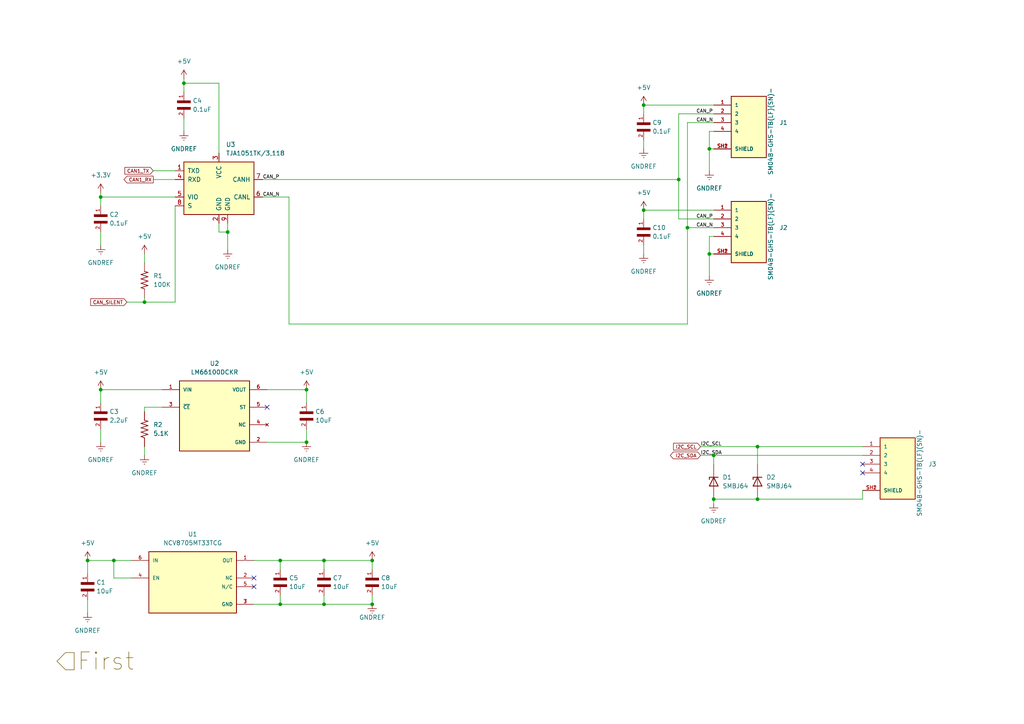
<source format=kicad_sch>
(kicad_sch (version 20211123) (generator eeschema)
  (paper "A4")
  (lib_symbols
    (symbol "3-1879460-1:3-1879460-1" (pin_numbers hide) (pin_names (offset 1.016) hide)
      (property "Reference" "R" (at -3.81 1.4986 0))
      (property "Value" "3-1879460-1" (at -3.81 -3.302 0))
      (symbol "3-1879460-1_0_0"
        (polyline (pts (xy -2.54 0) (xy -2.159 1.016)) (stroke (width 0.2032)))
        (polyline (pts (xy -2.159 1.016) (xy -1.524 -1.016)) (stroke (width 0.2032)))
        (polyline (pts (xy -1.524 -1.016) (xy -0.889 1.016)) (stroke (width 0.2032)))
        (polyline (pts (xy -0.889 1.016) (xy -0.254 -1.016)) (stroke (width 0.2032)))
        (polyline (pts (xy -0.254 -1.016) (xy 0.381 1.016)) (stroke (width 0.2032)))
        (polyline (pts (xy 0.381 1.016) (xy 1.016 -1.016)) (stroke (width 0.2032)))
        (polyline (pts (xy 1.016 -1.016) (xy 1.651 1.016)) (stroke (width 0.2032)))
        (polyline (pts (xy 1.651 1.016) (xy 2.286 -1.016)) (stroke (width 0.2032)))
        (polyline (pts (xy 2.286 -1.016) (xy 2.54 0)) (stroke (width 0.2032)))
        (pin passive line (at -5.08 0 0) (length 2.54) (name "~") (number "1"))
        (pin passive line (at 5.08 0 180) (length 2.54) (name "~") (number "2"))
      )
    )
    (symbol "Interface_CAN_LIN:TJA1051TK-3" (pin_names (offset 1.016))
      (property "Reference" "U" (at -10.16 8.89 0))
      (property "Value" "TJA1051TK-3" (at 1.27 8.89 0))
      (symbol "TJA1051TK-3_0_1"
        (rectangle (start -10.16 7.62) (end 10.16 -7.62) (stroke (width 0.254)) (fill (type background)))
      )
      (symbol "TJA1051TK-3_1_1"
        (pin input line (at -12.7 5.08 0) (length 2.54) (name "TXD") (number "1"))
        (pin power_in line (at 0 -10.16 90) (length 2.54) (name "GND") (number "2"))
        (pin power_in line (at 0 10.16 270) (length 2.54) (name "VCC") (number "3"))
        (pin output line (at -12.7 2.54 0) (length 2.54) (name "RXD") (number "4"))
        (pin power_in line (at -12.7 -2.54 0) (length 2.54) (name "VIO") (number "5"))
        (pin bidirectional line (at 12.7 -2.54 180) (length 2.54) (name "CANL") (number "6"))
        (pin bidirectional line (at 12.7 2.54 180) (length 2.54) (name "CANH") (number "7"))
        (pin input line (at -12.7 -5.08 0) (length 2.54) (name "S") (number "8"))
        (pin power_in line (at 2.54 -10.16 90) (length 2.54) (name "GND") (number "9"))
      )
    )
    (symbol "LD03YC101KAB2A:LD03YC101KAB2A" (pin_names (offset 1.016) hide)
      (property "Reference" "C" (at 0 3.81 0))
      (property "Value" "LD03YC101KAB2A" (at 0 -5.08 0))
      (symbol "LD03YC101KAB2A_0_0"
        (rectangle (start 0 -1.905) (end 0.635 1.905) (fill (type outline)))
        (rectangle (start 1.905 -1.905) (end 2.54 1.905) (fill (type outline)))
        (pin passive line (at 5.08 0 180) (length 2.54) (name "~") (number "1"))
        (pin passive line (at -2.54 0 0) (length 2.54) (name "~") (number "2"))
      )
    )
    (symbol "LM66100DCKR:LM66100DCKR" (pin_names (offset 1.016))
      (property "Reference" "U" (at -10.16 10.922 0))
      (property "Value" "LM66100DCKR" (at -10.16 -10.922 0))
      (symbol "LM66100DCKR_0_0"
        (rectangle (start -10.16 -10.16) (end 10.16 10.16) (stroke (width 0.254)) (fill (type background)))
        (pin input line (at -15.24 7.62 0) (length 5.08) (name "VIN") (number "1"))
        (pin power_in line (at 15.24 -7.62 180) (length 5.08) (name "GND") (number "2"))
        (pin input line (at -15.24 2.54 0) (length 5.08) (name "~{CE}") (number "3"))
        (pin no_connect line (at 15.24 -2.54 180) (length 5.08) (name "NC") (number "4"))
        (pin output line (at 15.24 2.54 180) (length 5.08) (name "ST") (number "5"))
        (pin output line (at 15.24 7.62 180) (length 5.08) (name "VOUT") (number "6"))
      )
    )
    (symbol "NCV8718BMT330TBG:NCV8718BMT330TBG" (pin_names (offset 1.016))
      (property "Reference" "U" (at -12.7 8.382 0))
      (property "Value" "NCV8718BMT330TBG" (at -12.7 -12.7 0))
      (symbol "NCV8718BMT330TBG_0_0"
        (rectangle (start -12.7 -10.16) (end 12.7 7.62) (stroke (width 0.254)) (fill (type background)))
        (pin output line (at 17.78 5.08 180) (length 5.08) (name "OUT") (number "1"))
        (pin passive line (at 17.78 0 180) (length 5.08) (name "NC") (number "2"))
        (pin power_in line (at 17.78 -7.62 180) (length 5.08) (name "GND") (number "3"))
        (pin input line (at -17.78 0 0) (length 5.08) (name "EN") (number "4"))
        (pin passive line (at 17.78 -2.54 180) (length 5.08) (name "N/C") (number "5"))
        (pin input line (at -17.78 5.08 0) (length 5.08) (name "IN") (number "6"))
        (pin power_in line (at 17.78 -7.62 180) (length 5.08) (name "GND") (number "7"))
      )
    )
    (symbol "SM04B-GHS-TB_LF__SN_-:SM04B-GHS-TB(LF)(SN)-" (pin_names (offset 1.016))
      (property "Reference" "J" (at -5.08 7.62 0))
      (property "Value" "SM04B-GHS-TB(LF)(SN)-" (at -5.08 -12.7254 0))
      (symbol "SM04B-GHS-TB(LF)(SN)-_0_0"
        (rectangle (start -5.08 -10.16) (end 5.08 7.62) (stroke (width 0.254)) (fill (type background)))
        (pin passive line (at -10.16 5.08 0) (length 5.08) (name "1") (number "1"))
        (pin passive line (at -10.16 2.54 0) (length 5.08) (name "2") (number "2"))
        (pin passive line (at -10.16 0 0) (length 5.08) (name "3") (number "3"))
        (pin passive line (at -10.16 -2.54 0) (length 5.08) (name "4") (number "4"))
        (pin power_in line (at -10.16 -7.62 0) (length 5.08) (name "SHIELD") (number "SH1"))
        (pin power_in line (at -10.16 -7.62 0) (length 5.08) (name "SHIELD") (number "SH2"))
      )
    )
    (symbol "SMBJ64:SMBJ64" (pin_numbers hide) (pin_names (offset 1.016) hide)
      (property "Reference" "D" (at -5.08 2.413 0))
      (property "Value" "SMBJ64" (at -5.08 -4.953 0))
      (symbol "SMBJ64_0_0"
        (polyline (pts (xy -1.27 -1.27) (xy -1.27 0)) (stroke (width 0.254)))
        (polyline (pts (xy -1.27 0) (xy -1.27 1.27)) (stroke (width 0.254)))
        (polyline (pts (xy -1.27 0) (xy 1.27 -1.27)) (stroke (width 0.254)))
        (polyline (pts (xy -0.635 -1.27) (xy -1.27 -1.27)) (stroke (width 0.254)))
        (polyline (pts (xy 1.27 -1.27) (xy 1.27 1.27)) (stroke (width 0.254)))
        (polyline (pts (xy 1.27 1.27) (xy -1.27 0)) (stroke (width 0.254)))
        (pin passive line (at 5.08 0 180) (length 5.08) (name "~") (number "A"))
        (pin passive line (at -5.08 0 0) (length 5.08) (name "~") (number "C"))
      )
    )
    (symbol "power:+3.3V" (power) (pin_names (offset 0))
      (property "Value" "+3.3V" (at 0 3.556 0))
      (symbol "+3.3V_0_1"
        (polyline (pts (xy -0.762 1.27) (xy 0 2.54)))
        (polyline (pts (xy 0 0) (xy 0 2.54)))
        (polyline (pts (xy 0 2.54) (xy 0.762 1.27)))
      )
      (symbol "+3.3V_1_1"
        (pin power_in line (at 0 0 90) (length 0) hide (name "+3.3V") (number "1"))
      )
    )
    (symbol "power:+5V" (power) (pin_names (offset 0))
      (property "Value" "+5V" (at 0 3.556 0))
      (symbol "+5V_0_1"
        (polyline (pts (xy -0.762 1.27) (xy 0 2.54)))
        (polyline (pts (xy 0 0) (xy 0 2.54)))
        (polyline (pts (xy 0 2.54) (xy 0.762 1.27)))
      )
      (symbol "+5V_1_1"
        (pin power_in line (at 0 0 90) (length 0) hide (name "+5V") (number "1"))
      )
    )
    (symbol "power:GNDREF" (power) (pin_names (offset 0))
      (property "Value" "GNDREF" (at 0 -3.81 0))
      (symbol "GNDREF_0_1"
        (polyline (pts (xy -0.635 -1.905) (xy 0.635 -1.905)))
        (polyline (pts (xy -0.127 -2.54) (xy 0.127 -2.54)))
        (polyline (pts (xy 0 -1.27) (xy 0 0)))
        (polyline (pts (xy 1.27 -1.27) (xy -1.27 -1.27)))
      )
      (symbol "GNDREF_1_1"
        (pin power_in line (at 0 0 270) (length 0) hide (name "GNDREF") (number "1"))
      )
    )
  )
  (junction (at 29.21 57.15))
  (junction (at 29.21 113.03))
  (junction (at 107.95 162.56))
  (junction (at 25.4 162.56))
  (junction (at 81.28 175.26))
  (junction (at 219.71 144.78))
  (junction (at 207.01 132.08))
  (junction (at 205.74 73.66))
  (junction (at 107.95 175.26))
  (junction (at 88.9 113.03))
  (junction (at 66.04 67.31))
  (junction (at 186.69 60.96))
  (junction (at 93.98 162.56))
  (junction (at 205.74 43.18))
  (junction (at 199.39 66.04))
  (junction (at 33.02 162.56))
  (junction (at 88.9 128.27))
  (junction (at 81.28 162.56))
  (junction (at 41.91 87.63))
  (junction (at 196.85 52.07))
  (junction (at 93.98 175.26))
  (junction (at 219.71 129.54))
  (junction (at 53.34 24.13))
  (junction (at 186.69 30.48))
  (junction (at 207.01 144.78))
  (no_connect (at 73.66 170.18))
  (no_connect (at 73.66 167.64))
  (no_connect (at 77.47 118.11))
  (no_connect (at 250.19 134.62))
  (no_connect (at 250.19 137.16))
  (wire (pts (xy 93.98 175.26) (xy 107.95 175.26)))
  (wire (pts (xy 219.71 129.54) (xy 219.71 134.62)))
  (wire (pts (xy 41.91 129.54) (xy 41.91 132.08)))
  (wire (pts (xy 219.71 129.54) (xy 250.19 129.54)))
  (wire (pts (xy 33.02 167.64) (xy 33.02 162.56)))
  (wire (pts (xy 205.74 68.58) (xy 205.74 73.66)))
  (wire (pts (xy 186.69 60.96) (xy 207.01 60.96)))
  (wire (pts (xy 44.45 52.07) (xy 50.8 52.07)))
  (wire (pts (xy 29.21 113.03) (xy 46.99 113.03)))
  (wire (pts (xy 33.02 162.56) (xy 38.1 162.56)))
  (wire (pts (xy 29.21 124.46) (xy 29.21 128.27)))
  (wire (pts (xy 63.5 64.77) (xy 63.5 67.31)))
  (wire (pts (xy 203.2 129.54) (xy 219.71 129.54)))
  (wire (pts (xy 199.39 93.98) (xy 199.39 66.04)))
  (wire (pts (xy 77.47 128.27) (xy 88.9 128.27)))
  (wire (pts (xy 29.21 57.15) (xy 50.8 57.15)))
  (wire (pts (xy 186.69 30.48) (xy 207.01 30.48)))
  (wire (pts (xy 207.01 63.5) (xy 196.85 63.5)))
  (wire (pts (xy 25.4 162.56) (xy 33.02 162.56)))
  (wire (pts (xy 53.34 24.13) (xy 53.34 26.67)))
  (wire (pts (xy 205.74 43.18) (xy 207.01 43.18)))
  (wire (pts (xy 196.85 33.02) (xy 207.01 33.02)))
  (wire (pts (xy 196.85 52.07) (xy 196.85 33.02)))
  (wire (pts (xy 186.69 30.48) (xy 186.69 33.02)))
  (wire (pts (xy 53.34 22.86) (xy 53.34 24.13)))
  (wire (pts (xy 107.95 162.56) (xy 107.95 165.1)))
  (wire (pts (xy 250.19 144.78) (xy 250.19 142.24)))
  (wire (pts (xy 83.82 57.15) (xy 83.82 93.98)))
  (wire (pts (xy 44.45 49.53) (xy 50.8 49.53)))
  (wire (pts (xy 207.01 132.08) (xy 250.19 132.08)))
  (wire (pts (xy 66.04 67.31) (xy 66.04 64.77)))
  (wire (pts (xy 93.98 162.56) (xy 93.98 165.1)))
  (wire (pts (xy 186.69 71.12) (xy 186.69 73.66)))
  (wire (pts (xy 81.28 162.56) (xy 81.28 165.1)))
  (wire (pts (xy 53.34 24.13) (xy 63.5 24.13)))
  (wire (pts (xy 29.21 67.31) (xy 29.21 71.12)))
  (wire (pts (xy 93.98 162.56) (xy 107.95 162.56)))
  (wire (pts (xy 207.01 144.78) (xy 219.71 144.78)))
  (wire (pts (xy 29.21 55.88) (xy 29.21 57.15)))
  (wire (pts (xy 199.39 66.04) (xy 207.01 66.04)))
  (wire (pts (xy 186.69 60.96) (xy 186.69 63.5)))
  (wire (pts (xy 38.1 167.64) (xy 33.02 167.64)))
  (wire (pts (xy 81.28 172.72) (xy 81.28 175.26)))
  (wire (pts (xy 25.4 162.56) (xy 25.4 166.37)))
  (wire (pts (xy 29.21 113.03) (xy 29.21 116.84)))
  (wire (pts (xy 53.34 34.29) (xy 53.34 38.1)))
  (wire (pts (xy 205.74 73.66) (xy 207.01 73.66)))
  (wire (pts (xy 73.66 175.26) (xy 81.28 175.26)))
  (wire (pts (xy 50.8 59.69) (xy 50.8 87.63)))
  (wire (pts (xy 41.91 87.63) (xy 50.8 87.63)))
  (wire (pts (xy 186.69 40.64) (xy 186.69 43.18)))
  (wire (pts (xy 88.9 113.03) (xy 88.9 116.84)))
  (wire (pts (xy 207.01 35.56) (xy 199.39 35.56)))
  (wire (pts (xy 46.99 118.11) (xy 41.91 118.11)))
  (wire (pts (xy 81.28 175.26) (xy 93.98 175.26)))
  (wire (pts (xy 76.2 57.15) (xy 83.82 57.15)))
  (wire (pts (xy 93.98 172.72) (xy 93.98 175.26)))
  (wire (pts (xy 63.5 24.13) (xy 63.5 44.45)))
  (wire (pts (xy 88.9 124.46) (xy 88.9 128.27)))
  (wire (pts (xy 77.47 113.03) (xy 88.9 113.03)))
  (wire (pts (xy 76.2 52.07) (xy 196.85 52.07)))
  (wire (pts (xy 205.74 38.1) (xy 205.74 43.18)))
  (wire (pts (xy 41.91 86.36) (xy 41.91 87.63)))
  (wire (pts (xy 205.74 73.66) (xy 205.74 80.01)))
  (wire (pts (xy 83.82 93.98) (xy 199.39 93.98)))
  (wire (pts (xy 207.01 132.08) (xy 207.01 134.62)))
  (wire (pts (xy 207.01 68.58) (xy 205.74 68.58)))
  (wire (pts (xy 41.91 73.66) (xy 41.91 76.2)))
  (wire (pts (xy 81.28 162.56) (xy 93.98 162.56)))
  (wire (pts (xy 73.66 162.56) (xy 81.28 162.56)))
  (wire (pts (xy 205.74 43.18) (xy 205.74 49.53)))
  (wire (pts (xy 25.4 173.99) (xy 25.4 177.8)))
  (wire (pts (xy 36.83 87.63) (xy 41.91 87.63)))
  (wire (pts (xy 29.21 57.15) (xy 29.21 59.69)))
  (wire (pts (xy 219.71 144.78) (xy 250.19 144.78)))
  (wire (pts (xy 199.39 35.56) (xy 199.39 66.04)))
  (wire (pts (xy 203.2 132.08) (xy 207.01 132.08)))
  (wire (pts (xy 207.01 144.78) (xy 207.01 146.05)))
  (wire (pts (xy 41.91 118.11) (xy 41.91 119.38)))
  (wire (pts (xy 207.01 38.1) (xy 205.74 38.1)))
  (wire (pts (xy 196.85 63.5) (xy 196.85 52.07)))
  (wire (pts (xy 107.95 175.26) (xy 107.95 172.72)))
  (wire (pts (xy 66.04 67.31) (xy 66.04 72.39)))
  (wire (pts (xy 63.5 67.31) (xy 66.04 67.31)))
  (label "CAN_P" (at 76.2 52.07 0) (effects (font (size 1 1))))
  (label "I2C_SDA" (at 203.2 132.08 0) (effects (font (size 1 1))))
  (label "CAN_P" (at 201.93 63.5 0) (effects (font (size 1 1))))
  (label "CAN_N" (at 76.2 57.15 0) (effects (font (size 1 1))))
  (label "I2C_SCL" (at 203.2 129.54 0) (effects (font (size 1 1))))
  (label "CAN_N" (at 201.93 35.56 0) (effects (font (size 1 1))))
  (label "CAN_N" (at 201.93 66.04 0) (effects (font (size 1 1))))
  (label "CAN_P" (at 201.93 33.02 0) (effects (font (size 1 1))))
  (global_label "CAN1_RX" (shape output) (at 44.45 52.07 180) (effects (font (size 1 1))) (property "Intersheet References" "${INTERSHEET_REFS}" (effects hide)))
  (global_label "I2C_SCL" (shape input) (at 203.2 129.54 180) (effects (font (size 1 1))) (property "Intersheet References" "${INTERSHEET_REFS}" (effects hide)))
  (global_label "I2C_SDA" (shape bidirectional) (at 203.2 132.08 180) (effects (font (size 1 1))) (property "Intersheet References" "${INTERSHEET_REFS}" (effects hide)))
  (global_label "CAN_SILENT" (shape input) (at 36.83 87.63 180) (effects (font (size 1 1))) (property "Intersheet References" "${INTERSHEET_REFS}" (effects hide)))
  (global_label "CAN1_TX" (shape input) (at 44.45 49.53 180) (effects (font (size 1 1))) (property "Intersheet References" "${INTERSHEET_REFS}" (effects hide)))
  (hierarchical_label "First" (shape input) (at 16.51 191.77 0) (effects (font (size 5 5))))
  (symbol (lib_id "3-1879460-1:3-1879460-1") (at 41.91 124.46 90) (unit 1)
    (property "Reference" "R2" (at 44.45 123.1899 90) (effects (justify right)))
    (property "Value" "5.1K" (at 44.45 125.7299 90) (effects (justify right)))
    (property "Footprint" "SnapEDA Library:RESC1608X50N" (effects hide))
  )
  (symbol (lib_id "power:+5V") (at 53.34 22.86 0) (unit 1)
    (property "Reference" "#PWR0107" (effects hide))
    (property "Value" "+5V" (at 53.34 17.78 0))
  )
  (symbol (lib_id "power:GNDREF") (at 66.04 72.39 0) (unit 1)
    (property "Reference" "#PWR011" (effects hide))
    (property "Value" "GND" (at 66.04 77.47 0))
  )
  (symbol (lib_id "LD03YC101KAB2A:LD03YC101KAB2A") (at 29.21 64.77 90) (unit 1)
    (property "Reference" "C2" (at 31.75 62.2299 90) (effects (justify right)))
    (property "Value" "0.1uF" (at 31.75 64.7699 90) (effects (justify right)))
    (property "Footprint" "SnapEDA Library:CAPC1608X90" (effects hide))
  )
  (symbol (lib_id "power:GNDREF") (at 186.69 73.66 0) (unit 1)
    (property "Reference" "#PWR019" (effects hide))
    (property "Value" "GND" (at 186.69 78.74 0))
  )
  (symbol (lib_id "power:+5V") (at 25.4 162.56 0) (unit 1)
    (property "Reference" "#PWR0103" (effects hide))
    (property "Value" "+5V" (at 25.4 157.48 0))
  )
  (symbol (lib_id "power:GNDREF") (at 29.21 128.27 0) (unit 1)
    (property "Reference" "#PWR06" (effects hide))
    (property "Value" "GND" (at 29.21 133.35 0))
  )
  (symbol (lib_id "LD03YC101KAB2A:LD03YC101KAB2A") (at 186.69 68.58 90) (unit 1)
    (property "Reference" "C10" (at 189.23 66.0399 90) (effects (justify right)))
    (property "Value" "0.1uF" (at 189.23 68.5799 90) (effects (justify right)))
    (property "Footprint" "SnapEDA Library:CAPC1608X90" (effects hide))
  )
  (symbol (lib_id "power:GNDREF") (at 186.69 43.18 0) (unit 1)
    (property "Reference" "#PWR017" (effects hide))
    (property "Value" "GND" (at 186.69 48.26 0))
  )
  (symbol (lib_id "3-1879460-1:3-1879460-1") (at 41.91 81.28 90) (unit 1)
    (property "Reference" "R1" (at 44.45 80.0099 90) (effects (justify right)))
    (property "Value" "100K" (at 44.45 82.5499 90) (effects (justify right)))
    (property "Footprint" "SnapEDA Library:RESC1608X50N" (effects hide))
  )
  (symbol (lib_id "power:GNDREF") (at 25.4 177.8 0) (unit 1)
    (property "Reference" "#PWR02" (effects hide))
    (property "Value" "GND" (at 25.4 182.88 0))
  )
  (symbol (lib_id "LD03YC101KAB2A:LD03YC101KAB2A") (at 93.98 170.18 90) (unit 1)
    (property "Reference" "C7" (at 96.52 167.6399 90) (effects (justify right)))
    (property "Value" "10uF" (at 96.52 170.1799 90) (effects (justify right)))
    (property "Footprint" "SnapEDA Library:CAPC1608X90" (effects hide))
  )
  (symbol (lib_id "SM04B-GHS-TB_LF__SN_-:SM04B-GHS-TB(LF)(SN)-") (at 217.17 66.04 0) (unit 1)
    (property "Reference" "J2" (at 226.06 66.04 0) (effects (justify left)))
    (property "Value" "SM04B-GHS-TB(LF)(SN)-" (at 223.52 68.5799 90))
    (property "Footprint" "SnapEDA Library:JST_SM04B-GHS-TB(LF)(SN)-" (effects hide))
    (property "PARTREV" "NA" (effects hide))
    (property "MANUFACTURER" "JHS" (effects hide))
    (property "STANDARD" "Manufacturer Recommendations" (effects hide))
  )
  (symbol (lib_id "LD03YC101KAB2A:LD03YC101KAB2A") (at 25.4 171.45 90) (unit 1)
    (property "Reference" "C1" (at 27.94 168.9099 90) (effects (justify right)))
    (property "Value" "10uF" (at 27.94 171.4499 90) (effects (justify right)))
    (property "Footprint" "SnapEDA Library:CAPC1608X90" (effects hide))
  )
  (symbol (lib_id "SMBJ64:SMBJ64") (at 207.01 139.7 270) (unit 1)
    (property "Reference" "D1" (at 209.55 138.4299 90) (effects (justify left)))
    (property "Value" "SMBJ64" (at 209.55 140.9699 90) (effects (justify left)))
    (property "Footprint" "DIOM4336X265N" (effects hide))
    (property "STANDARD" "IPC-7351B" (effects hide))
    (property "MANUFACTURER" "Taiwan Semiconductor" (effects hide))
    (property "PARTREV" "F2102" (effects hide))
    (property "MAXIMUM_PACKAGE_HEIGHT" "2.65 mm" (effects hide))
  )
  (symbol (lib_id "power:+5V") (at 88.9 113.03 0) (unit 1)
    (property "Reference" "#PWR0102" (effects hide))
    (property "Value" "+5V" (at 88.9 107.95 0))
  )
  (symbol (lib_id "NCV8718BMT330TBG:NCV8718BMT330TBG") (at 55.88 167.64 0) (unit 1)
    (property "Reference" "U1" (at 55.88 154.94 0))
    (property "Value" "NCV8705MT33TCG" (at 55.88 157.48 0))
    (property "Footprint" "SnapEDA Library:SON65P200X200X80-7N" (effects hide))
    (property "MANUFACTURER" "ON Semiconductor" (effects hide))
    (property "MAXIMUM_PACKAGE_HEIGHT" "0.8mm" (effects hide))
    (property "STANDARD" "IPC 7351B" (effects hide))
    (property "PARTREV" "4" (effects hide))
  )
  (symbol (lib_id "power:+5V") (at 186.69 60.96 0) (unit 1)
    (property "Reference" "#PWR0106" (effects hide))
    (property "Value" "+5V" (at 186.69 55.88 0))
  )
  (symbol (lib_id "SM04B-GHS-TB_LF__SN_-:SM04B-GHS-TB(LF)(SN)-") (at 217.17 35.56 0) (unit 1)
    (property "Reference" "J1" (at 226.06 35.56 0) (effects (justify left)))
    (property "Value" "SM04B-GHS-TB(LF)(SN)-" (at 223.52 38.0999 90))
    (property "Footprint" "SnapEDA Library:JST_SM04B-GHS-TB(LF)(SN)-" (effects hide))
    (property "PARTREV" "NA" (effects hide))
    (property "MANUFACTURER" "JHS" (effects hide))
    (property "STANDARD" "Manufacturer Recommendations" (effects hide))
  )
  (symbol (lib_id "Interface_CAN_LIN:TJA1051TK-3") (at 63.5 54.61 0) (unit 1)
    (property "Reference" "U3" (at 65.5194 41.91 0) (effects (justify left)))
    (property "Value" "TJA1051TK/3,118" (at 65.5194 44.45 0) (effects (justify left)))
    (property "Footprint" "Package_DFN_QFN:DFN-8-1EP_3x3mm_P0.65mm_EP1.55x2.4mm" (effects hide))
    (property "Datasheet" "http://www.nxp.com/documents/data_sheet/TJA1051.pdf" (effects hide))
  )
  (symbol (lib_id "power:GNDREF") (at 205.74 49.53 0) (unit 1)
    (property "Reference" "#PWR020" (effects hide))
    (property "Value" "GND" (at 205.74 54.61 0))
  )
  (symbol (lib_id "power:+5V") (at 41.91 73.66 0) (unit 1)
    (property "Reference" "#PWR07" (effects hide))
    (property "Value" "3.3V" (at 41.91 68.58 0))
  )
  (symbol (lib_id "LD03YC101KAB2A:LD03YC101KAB2A") (at 81.28 170.18 90) (unit 1)
    (property "Reference" "C5" (at 83.82 167.6399 90) (effects (justify right)))
    (property "Value" "10uF" (at 83.82 170.1799 90) (effects (justify right)))
    (property "Footprint" "SnapEDA Library:CAPC1608X90" (effects hide))
  )
  (symbol (lib_id "power:+5V") (at 29.21 113.03 0) (unit 1)
    (property "Reference" "#PWR0104" (effects hide))
    (property "Value" "+5V" (at 29.21 107.95 0))
  )
  (symbol (lib_id "power:GNDREF") (at 107.95 175.26 0) (unit 1)
    (property "Reference" "#PWR015" (effects hide))
    (property "Value" "GND" (at 107.95 179.07 0))
  )
  (symbol (lib_id "LM66100DCKR:LM66100DCKR") (at 62.23 120.65 0) (unit 1)
    (property "Reference" "U2" (at 62.23 105.41 0))
    (property "Value" "LM66100DCKR" (at 62.23 107.95 0))
    (property "Footprint" "SnapEDA Library:SOT65P210X110-6N" (effects hide))
    (property "PARTREV" "Rev. A" (effects hide))
    (property "MANUFACTURER" "Texas Instruments" (effects hide))
    (property "MAXIMUM_PACKAGE_HEIGHT" "1.1 mm" (effects hide))
    (property "STANDARD" "IPC 7351B" (effects hide))
  )
  (symbol (lib_id "power:+3.3V") (at 29.21 55.88 0) (unit 1)
    (property "Reference" "#PWR0101" (effects hide))
    (property "Value" "+3.3V" (at 29.21 50.8 0))
  )
  (symbol (lib_id "power:GNDREF") (at 205.74 80.01 0) (unit 1)
    (property "Reference" "#PWR021" (effects hide))
    (property "Value" "GND" (at 205.74 85.09 0))
  )
  (symbol (lib_id "SMBJ64:SMBJ64") (at 219.71 139.7 270) (unit 1)
    (property "Reference" "D2" (at 222.25 138.4299 90) (effects (justify left)))
    (property "Value" "SMBJ64" (at 222.25 140.9699 90) (effects (justify left)))
    (property "Footprint" "DIOM4336X265N" (effects hide))
    (property "STANDARD" "IPC-7351B" (effects hide))
    (property "MANUFACTURER" "Taiwan Semiconductor" (effects hide))
    (property "PARTREV" "F2102" (effects hide))
    (property "MAXIMUM_PACKAGE_HEIGHT" "2.65 mm" (effects hide))
  )
  (symbol (lib_id "power:+5V") (at 186.69 30.48 0) (unit 1)
    (property "Reference" "#PWR0105" (effects hide))
    (property "Value" "+5V" (at 186.69 25.4 0))
  )
  (symbol (lib_id "LD03YC101KAB2A:LD03YC101KAB2A") (at 107.95 170.18 90) (unit 1)
    (property "Reference" "C8" (at 110.49 167.6399 90) (effects (justify right)))
    (property "Value" "10uF" (at 110.49 170.1799 90) (effects (justify right)))
    (property "Footprint" "SnapEDA Library:CAPC1608X90" (effects hide))
  )
  (symbol (lib_id "LD03YC101KAB2A:LD03YC101KAB2A") (at 29.21 121.92 90) (unit 1)
    (property "Reference" "C3" (at 31.75 119.3799 90) (effects (justify right)))
    (property "Value" "2.2uF" (at 31.75 121.9199 90) (effects (justify right)))
    (property "Footprint" "SnapEDA Library:CAPC1608X90" (effects hide))
  )
  (symbol (lib_id "power:GNDREF") (at 29.21 71.12 0) (unit 1)
    (property "Reference" "#PWR04" (effects hide))
    (property "Value" "GND" (at 29.21 76.2 0))
  )
  (symbol (lib_id "power:+5V") (at 107.95 162.56 0) (unit 1)
    (property "Reference" "#PWR014" (effects hide))
    (property "Value" "3.3V" (at 107.95 157.48 0))
  )
  (symbol (lib_id "SM04B-GHS-TB_LF__SN_-:SM04B-GHS-TB(LF)(SN)-") (at 260.35 134.62 0) (unit 1)
    (property "Reference" "J3" (at 269.24 134.62 0) (effects (justify left)))
    (property "Value" "SM04B-GHS-TB(LF)(SN)-" (at 266.7 137.1599 90))
    (property "Footprint" "SnapEDA Library:JST_SM04B-GHS-TB(LF)(SN)-" (effects hide))
    (property "PARTREV" "NA" (effects hide))
    (property "MANUFACTURER" "JHS" (effects hide))
    (property "STANDARD" "Manufacturer Recommendations" (effects hide))
  )
  (symbol (lib_id "power:GNDREF") (at 88.9 128.27 0) (unit 1)
    (property "Reference" "#PWR013" (effects hide))
    (property "Value" "GND" (at 88.9 133.35 0))
  )
  (symbol (lib_id "LD03YC101KAB2A:LD03YC101KAB2A") (at 53.34 31.75 90) (unit 1)
    (property "Reference" "C4" (at 55.88 29.2099 90) (effects (justify right)))
    (property "Value" "0.1uF" (at 55.88 31.7499 90) (effects (justify right)))
    (property "Footprint" "SnapEDA Library:CAPC1608X90" (effects hide))
  )
  (symbol (lib_id "power:GNDREF") (at 53.34 38.1 0) (unit 1)
    (property "Reference" "#PWR010" (effects hide))
    (property "Value" "GND" (at 53.34 43.18 0))
  )
  (symbol (lib_id "power:GNDREF") (at 207.01 146.05 0) (unit 1)
    (property "Reference" "#PWR022" (effects hide))
    (property "Value" "GND" (at 207.01 151.13 0))
  )
  (symbol (lib_id "LD03YC101KAB2A:LD03YC101KAB2A") (at 88.9 121.92 90) (unit 1)
    (property "Reference" "C6" (at 91.44 119.3799 90) (effects (justify right)))
    (property "Value" "10uF" (at 91.44 121.9199 90) (effects (justify right)))
    (property "Footprint" "SnapEDA Library:CAPC1608X90" (effects hide))
  )
  (symbol (lib_id "power:GNDREF") (at 41.91 132.08 0) (unit 1)
    (property "Reference" "#PWR08" (effects hide))
    (property "Value" "GND" (at 41.91 137.16 0))
  )
  (symbol (lib_id "LD03YC101KAB2A:LD03YC101KAB2A") (at 186.69 38.1 90) (unit 1)
    (property "Reference" "C9" (at 189.23 35.5599 90) (effects (justify right)))
    (property "Value" "0.1uF" (at 189.23 38.0999 90) (effects (justify right)))
    (property "Footprint" "SnapEDA Library:CAPC1608X90" (effects hide))
  )
  (sheet (at 8.89 236.22) (size 289.56 144.78) (stroke (width 0.1524))
    (property "Sheet name" "MCU" (at 8.89 235.5084 0) (effects (justify left bottom)))
    (property "Sheet file" "untitled.kicad_sch" (at 8.89 381.5846 0) (effects (justify left top)))
  )
)
</source>
